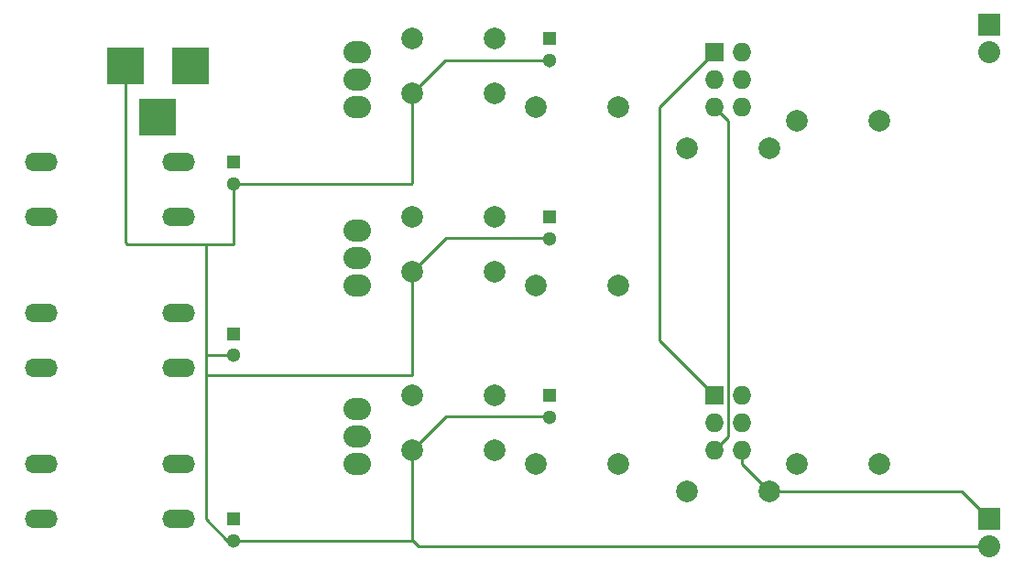
<source format=gbr>
G04 #@! TF.FileFunction,Copper,L2,Bot,Signal*
%FSLAX46Y46*%
G04 Gerber Fmt 4.6, Leading zero omitted, Abs format (unit mm)*
G04 Created by KiCad (PCBNEW 4.0.2-stable) date 2016-04-17 11:37:32*
%MOMM*%
G01*
G04 APERTURE LIST*
%ADD10C,0.100000*%
%ADD11O,3.048000X1.727200*%
%ADD12C,1.998980*%
%ADD13R,1.300000X1.300000*%
%ADD14C,1.300000*%
%ADD15R,3.500120X3.500120*%
%ADD16R,1.727200X1.727200*%
%ADD17O,1.727200X1.727200*%
%ADD18R,2.032000X2.032000*%
%ADD19O,2.032000X2.032000*%
%ADD20O,2.540000X2.032000*%
%ADD21C,0.250000*%
G04 APERTURE END LIST*
D10*
D11*
X69850000Y-38100000D03*
X69850000Y-43180000D03*
X57150000Y-38100000D03*
X57150000Y-43180000D03*
D12*
X127000000Y-34290000D03*
X134620000Y-34290000D03*
D13*
X74930000Y-38100000D03*
D14*
X74930000Y-40100000D03*
D13*
X104140000Y-26670000D03*
D14*
X104140000Y-28670000D03*
D13*
X74930000Y-53975000D03*
D14*
X74930000Y-55975000D03*
D13*
X104140000Y-43180000D03*
D14*
X104140000Y-45180000D03*
D13*
X74930000Y-71120000D03*
D14*
X74930000Y-73120000D03*
D13*
X104140000Y-59690000D03*
D14*
X104140000Y-61690000D03*
D15*
X70970140Y-29210000D03*
X64970660Y-29210000D03*
X67970400Y-33909000D03*
D16*
X119380000Y-59690000D03*
D17*
X121920000Y-59690000D03*
X119380000Y-62230000D03*
X121920000Y-62230000D03*
X119380000Y-64770000D03*
X121920000Y-64770000D03*
D18*
X144780000Y-71120000D03*
D19*
X144780000Y-73660000D03*
D16*
X119380000Y-27940000D03*
D17*
X121920000Y-27940000D03*
X119380000Y-30480000D03*
X121920000Y-30480000D03*
X119380000Y-33020000D03*
X121920000Y-33020000D03*
D18*
X144780000Y-25400000D03*
D19*
X144780000Y-27940000D03*
D12*
X91440000Y-26670000D03*
X99060000Y-26670000D03*
X99060000Y-31750000D03*
X91440000Y-31750000D03*
X91440000Y-43180000D03*
X99060000Y-43180000D03*
X99060000Y-48260000D03*
X91440000Y-48260000D03*
X91440000Y-59690000D03*
X99060000Y-59690000D03*
X99060000Y-64770000D03*
X91440000Y-64770000D03*
X102870000Y-33020000D03*
X110490000Y-33020000D03*
X102870000Y-49530000D03*
X110490000Y-49530000D03*
X102870000Y-66040000D03*
X110490000Y-66040000D03*
X116840000Y-68580000D03*
X124460000Y-68580000D03*
X127000000Y-66040000D03*
X134620000Y-66040000D03*
X124460000Y-36830000D03*
X116840000Y-36830000D03*
D11*
X69850000Y-52070000D03*
X69850000Y-57150000D03*
X57150000Y-52070000D03*
X57150000Y-57150000D03*
X69850000Y-66040000D03*
X69850000Y-71120000D03*
X57150000Y-66040000D03*
X57150000Y-71120000D03*
D20*
X86360000Y-30480000D03*
X86360000Y-27940000D03*
X86360000Y-33020000D03*
X86360000Y-46990000D03*
X86360000Y-44450000D03*
X86360000Y-49530000D03*
X86360000Y-63500000D03*
X86360000Y-60960000D03*
X86360000Y-66040000D03*
D21*
X91440000Y-48260000D02*
X91440000Y-57785000D01*
X91440000Y-57785000D02*
X72390000Y-57785000D01*
X74930000Y-40100000D02*
X91345000Y-40100000D01*
X91440000Y-40005000D02*
X91440000Y-31750000D01*
X91345000Y-40100000D02*
X91440000Y-40005000D01*
X74930000Y-40100000D02*
X74930000Y-45720000D01*
X74930000Y-45720000D02*
X72390000Y-45720000D01*
X74930000Y-55975000D02*
X72390000Y-55975000D01*
X144780000Y-73660000D02*
X92075000Y-73660000D01*
X92075000Y-73660000D02*
X91440000Y-73025000D01*
X91440000Y-64770000D02*
X94615000Y-61595000D01*
X94615000Y-61595000D02*
X104045000Y-61595000D01*
X104045000Y-61595000D02*
X104140000Y-61690000D01*
X91440000Y-48260000D02*
X94615000Y-45085000D01*
X94615000Y-45085000D02*
X104045000Y-45085000D01*
X104045000Y-45085000D02*
X104140000Y-45180000D01*
X74930000Y-73120000D02*
X91345000Y-73120000D01*
X91440000Y-73025000D02*
X91440000Y-64770000D01*
X91345000Y-73120000D02*
X91440000Y-73025000D01*
X104140000Y-28670000D02*
X104140000Y-29210000D01*
X104140000Y-28670000D02*
X94520000Y-28670000D01*
X94520000Y-28670000D02*
X91440000Y-31750000D01*
X72390000Y-53340000D02*
X72390000Y-55975000D01*
X72390000Y-55975000D02*
X72390000Y-57785000D01*
X72390000Y-57785000D02*
X72390000Y-71120000D01*
X72390000Y-71120000D02*
X74390000Y-73120000D01*
X74390000Y-73120000D02*
X74930000Y-73120000D01*
X72390000Y-45720000D02*
X72390000Y-53340000D01*
X64970660Y-29210000D02*
X64970660Y-45519340D01*
X65171320Y-45720000D02*
X72390000Y-45720000D01*
X64970660Y-45519340D02*
X65171320Y-45720000D01*
X119380000Y-27940000D02*
X114300000Y-33020000D01*
X114300000Y-54610000D02*
X119380000Y-59690000D01*
X114300000Y-33020000D02*
X114300000Y-54610000D01*
X119380000Y-64770000D02*
X120650000Y-63500000D01*
X120650000Y-34290000D02*
X119380000Y-33020000D01*
X120650000Y-63500000D02*
X120650000Y-34290000D01*
X124460000Y-68580000D02*
X142240000Y-68580000D01*
X142240000Y-68580000D02*
X144780000Y-71120000D01*
X121920000Y-64770000D02*
X121920000Y-66040000D01*
X121920000Y-66040000D02*
X124460000Y-68580000D01*
M02*

</source>
